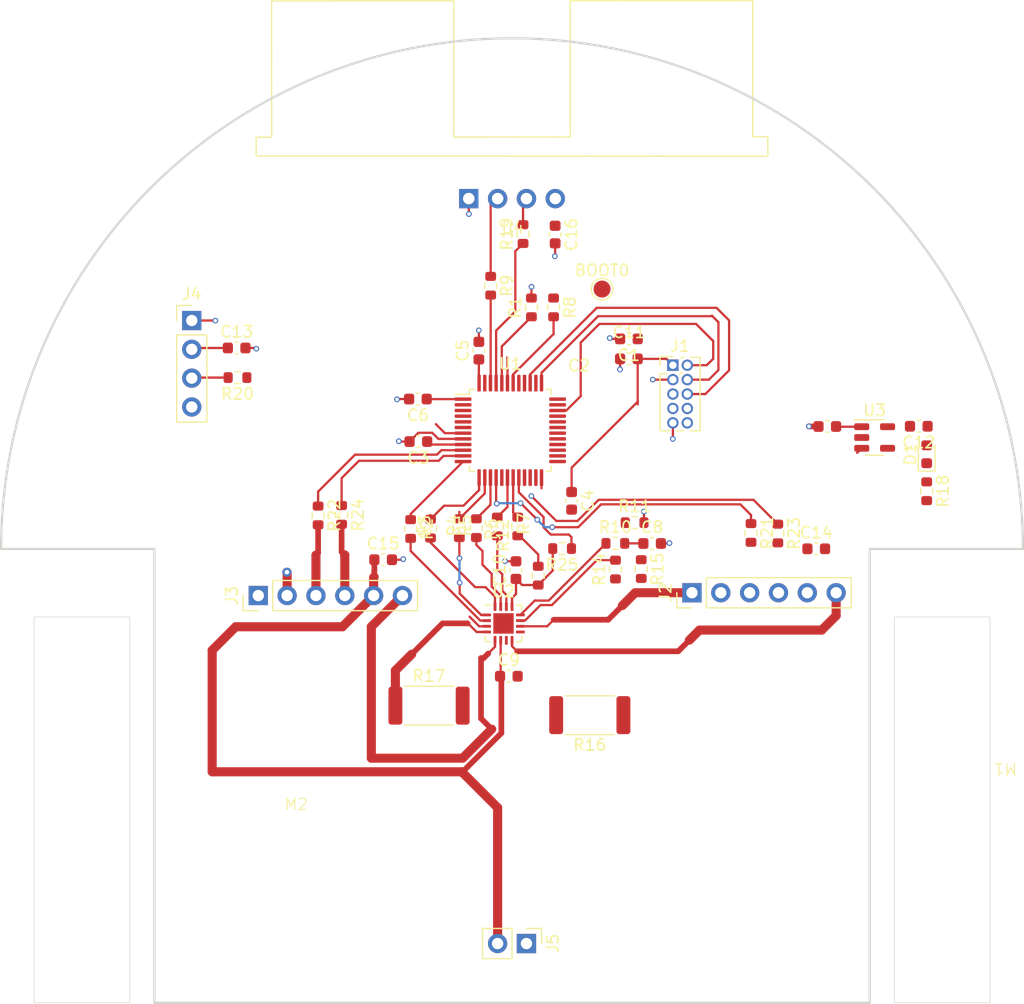
<source format=kicad_pcb>
(kicad_pcb (version 20221018) (generator pcbnew)
  (layers (0 "F.Cu" signal) (31 "B.Cu" signal) (34 "B.Paste" user) (35 "F.Paste" user) (36 "B.SilkS" user "B.Silkscreen") (37 "F.SilkS" user "F.Silkscreen") (38 "B.Mask" user) (39 "F.Mask" user) (44 "Edge.Cuts" user))
  (net 0 "")
  (net 1 "+3.3V")
  (net 2 "GND")
  (net 3 "+BATT")
  (net 4 "Net-(C8-Pad1)")
  (net 5 "/mcu/IN_B2")
  (net 6 "Net-(U2-EN{slash}FLT)")
  (net 7 "/mcu/BOOT0")
  (net 8 "Net-(U1-PA2)")
  (net 9 "/mcu/TIM15_CH1")
  (net 10 "Net-(U1-PA3)")
  (net 11 "/mcu/TIM15_CH2")
  (net 12 "Net-(U1-PA4)")
  (net 13 "/mcu/OUT_A4")
  (net 14 "Net-(U1-PA5)")
  (net 15 "/mcu/OUT_A5")
  (net 16 "/mcu/OUT_B0")
  (net 17 "Net-(U1-PB0)")
  (net 18 "/mcu/OUT_B1")
  (net 19 "Net-(U1-PB1)")
  (net 20 "Net-(U1-PB6)")
  (net 21 "/mcu/OUT_B9")
  (net 22 "Net-(U1-PB9)")
  (net 23 "/mcu/TIM3_CH1")
  (net 24 "/mcu/TIM2_CH1")
  (net 25 "/mcu/TIM3_CH2")
  (net 26 "/mcu/TIM2_CH2")
  (net 27 "/mcu/TIM8_CH2")
  (net 28 "Net-(U4-ECHO)")
  (net 34 "/mcu/~{RESET}")
  (net 46 "/mcu/SWDIO")
  (net 49 "/mcu/SWDCLK")
  (net 51 "/mcu/SWO")
  (net 54 "+3V3")
  (net 57 "Net-(D1-K)")
  (net 58 "/motorA/MA")
  (net 59 "Net-(J2-Pin_3)")
  (net 60 "Net-(J2-Pin_4)")
  (net 61 "/motorA/MB")
  (net 62 "/motorB/MA")
  (net 63 "Net-(J3-Pin_3)")
  (net 64 "Net-(J3-Pin_4)")
  (net 65 "/motorB/MB")
  (net 66 "Net-(J4-Pin_3)")
  (net 67 "/external_uart/EXT_UART_RX")
  (net 68 "/motor_control/TOFF")
  (net 69 "/motor_control/REF")
  (net 70 "Net-(U2-SENSEB)")
  (net 71 "Net-(U2-SENSEA)")
  (net 72 "/external_uart/EXT_UART_TX")
  (footprint "Package_QFP:LQFP-48_7x7mm_P0.5mm" (layer "F.Cu") (at 149.85 89.55)
    (fp_text reference "U1")
    (fp_text value "STM32F030C8Tx")
  )
  (footprint "Resistor_SMD:R_0603_1608Metric" (layer "F.Cu") (at 151.71 78.715 90)
    (fp_text reference "R1")
    (fp_text value "10k")
  )
  (footprint "minimouse:N20_with_encoder" (layer "F.Cu") (at 131 123)
    (fp_text reference "M2")
    (fp_text value "N20_encoder")
    (fp_rect (start -23.1 -17) (end -14.67 17) (stroke (width 0.05)) (fill none) (layer "Edge.Cuts"))
  )
  (footprint "Resistor_SMD:R_0603_1608Metric" (layer "F.Cu") (at 125.82 84.9 180)
    (fp_text reference "R20")
    (fp_text value "100")
  )
  (footprint "Capacitor_SMD:C_0603_1608Metric" (layer "F.Cu") (at 153.8 72.295 -90)
    (fp_text reference "C16")
    (fp_text value "2.2uF")
  )
  (footprint "TestPoint:TestPoint_Pad_D1.5mm" (layer "F.Cu") (at 157.93 77.1)
    (fp_text reference "BOOT0")
    (fp_text value "TestPoint")
  )
  (footprint "Capacitor_SMD:C_0603_1608Metric" (layer "F.Cu") (at 149.72 111.22)
    (fp_text reference "C9")
    (fp_text value "2.2uF")
  )
  (footprint "Resistor_SMD:R_0603_1608Metric" (layer "F.Cu") (at 159.1125 101.815 90)
    (fp_text reference "R14")
    (fp_text value "10k")
  )
  (footprint "Resistor_SMD:R_0603_1608Metric" (layer "F.Cu") (at 145.36 98.17 -90)
    (fp_text reference "R4")
    (fp_text value "100")
  )
  (footprint "Capacitor_SMD:C_0603_1608Metric" (layer "F.Cu") (at 155.25 95.76 -90)
    (fp_text reference "C4")
    (fp_text value "0.1uF")
  )
  (footprint "Resistor_SMD:R_0603_1608Metric" (layer "F.Cu") (at 148.12 76.805 -90)
    (fp_text reference "R9")
    (fp_text value "100")
  )
  (footprint "minimouse:HC-SR04" (layer "F.Cu") (at 150 69.125)
    (fp_text reference "U4")
    (fp_text value "HC-SR04")
  )
  (footprint "Package_DFN_QFN:VQFN-16-1EP_3x3mm_P0.5mm_EP1.8x1.8mm" (layer "F.Cu") (at 149.25 106.5675)
    (fp_text reference "U2")
    (fp_text value "STSPIN240")
  )
  (footprint "Connector_PinHeader_2.54mm:PinHeader_1x06_P2.54mm_Vertical" (layer "F.Cu") (at 127.65 104.11 90)
    (fp_text reference "J3")
    (fp_text value "Conn_01x06")
  )
  (footprint "Capacitor_SMD:C_0603_1608Metric" (layer "F.Cu") (at 147.08 82.525 90)
    (fp_text reference "C5")
    (fp_text value "0.1uF")
  )
  (footprint "Resistor_SMD:R_0603_1608Metric" (layer "F.Cu") (at 154.41 99.97 180)
    (fp_text reference "R25")
    (fp_text value "100")
  )
  (footprint "Resistor_SMD:R_0603_1608Metric" (layer "F.Cu") (at 132.92 97.05 -90)
    (fp_text reference "R22")
    (fp_text value "100")
  )
  (footprint "minimouse:N20_with_encoder" (layer "F.Cu") (at 169 123 180)
    (fp_text reference "M1")
    (fp_text value "N20_encoder")
    (fp_rect (start -23.1 -17) (end -14.67 17) (stroke (width 0.05)) (fill none) (layer "Edge.Cuts"))
  )
  (footprint "Resistor_SMD:R_0603_1608Metric" (layer "F.Cu") (at 159.0975 99.51)
    (fp_text reference "R10")
    (fp_text value "1k")
  )
  (footprint "Connector_PinHeader_2.54mm:PinHeader_1x02_P2.54mm_Vertical" (layer "F.Cu") (at 151.27 134.775 -90)
    (fp_text reference "J5")
    (fp_text value "Conn_01x02")
  )
  (footprint "Resistor_SMD:R_0603_1608Metric" (layer "F.Cu") (at 161.3825 101.775 -90)
    (fp_text reference "R15")
    (fp_text value "10k")
  )
  (footprint "Capacitor_SMD:C_0603_1608Metric" (layer "F.Cu") (at 141.75 90.54 180)
    (fp_text reference "C3")
    (fp_text value "0.1uF")
  )
  (footprint "Connector_PinHeader_2.54mm:PinHeader_1x06_P2.54mm_Vertical" (layer "F.Cu") (at 165.85 103.86 90)
    (fp_text reference "J2")
    (fp_text value "Conn_01x06")
  )
  (footprint "Resistor_SMD:R_2512_6332Metric" (layer "F.Cu") (at 156.85 114.65 180)
    (fp_text reference "R16")
    (fp_text value "330m")
  )
  (footprint "Resistor_SMD:R_0603_1608Metric" (layer "F.Cu") (at 153.66 78.715 -90)
    (fp_text reference "R8")
    (fp_text value "100")
  )
  (footprint "Resistor_SMD:R_0603_1608Metric" (layer "F.Cu") (at 134.99 97 -90)
    (fp_text reference "R24")
    (fp_text value "100")
  )
  (footprint "Resistor_SMD:R_0603_1608Metric" (layer "F.Cu") (at 150.5 98.02 90)
    (fp_text reference "R7")
    (fp_text value "100")
  )
  (footprint "Resistor_SMD:R_0603_1608Metric" (layer "F.Cu") (at 141.07 98.245 -90)
    (fp_text reference "R2")
    (fp_text value "100")
  )
  (footprint "Connector_PinHeader_2.54mm:PinHeader_1x04_P2.54mm_Vertical" (layer "F.Cu") (at 121.79 79.87)
    (fp_text reference "J4")
    (fp_text value "Conn_01x04")
  )
  (footprint "Capacitor_SMD:C_0603_1608Metric" (layer "F.Cu") (at 150.35 101.865 90)
    (fp_text reference "C10")
    (fp_text value "10n")
  )
  (footprint "Capacitor_SMD:C_0603_1608Metric" (layer "F.Cu") (at 176.795 99.99)
    (fp_text reference "C14")
    (fp_text value "2.2uF")
  )
  (footprint "Resistor_SMD:R_0603_1608Metric" (layer "F.Cu") (at 142.82 98.21 -90)
    (fp_text reference "R3")
    (fp_text value "100")
  )
  (footprint "Capacitor_SMD:C_0603_1608Metric" (layer "F.Cu") (at 160.295 83.25 180)
    (fp_text reference "C2")
    (fp_text value "0.1uF")
  )
  (footprint "Capacitor_SMD:C_0603_1608Metric" (layer "F.Cu") (at 160.295 81.49 180)
    (fp_text reference "C1")
    (fp_text value "2.2uF")
  )
  (footprint "Resistor_SMD:R_2512_6332Metric" (layer "F.Cu") (at 142.69 113.81)
    (fp_text reference "R17")
    (fp_text value "330m")
  )
  (footprint "Resistor_SMD:R_0603_1608Metric" (layer "F.Cu") (at 146.86 98.17 -90)
    (fp_text reference "R5")
    (fp_text value "100")
  )
  (footprint "Capacitor_SMD:C_0603_1608Metric" (layer "F.Cu") (at 138.65 100.95)
    (fp_text reference "C15")
    (fp_text value "2.2uF")
  )
  (footprint "Package_TO_SOT_SMD:SOT-23-5" (layer "F.Cu") (at 181.94 90.18)
    (fp_text reference "U3")
    (fp_text value "LP5907MFX-1.2")
  )
  (footprint "Connector_PinHeader_1.27mm:PinHeader_2x05_P1.27mm_Vertical" (layer "F.Cu") (at 164.17 83.81)
    (fp_text reference "J1")
    (fp_text value "Conn_ARM_JTAG_SWD_10")
  )
  (footprint "Resistor_SMD:R_0603_1608Metric" (layer "F.Cu") (at 152.31 102.355 -90)
    (fp_text reference "R12")
    (fp_text value "18k")
  )
  (footprint "Capacitor_SMD:C_0603_1608Metric" (layer "F.Cu") (at 141.71 86.79 180)
    (fp_text reference "C6")
    (fp_text value "2.2uF")
  )
  (footprint "Resistor_SMD:R_0603_1608Metric" (layer "F.Cu") (at 150.97 72.255 90)
    (fp_text reference "R19")
    (fp_text value "100")
  )
  (footprint "Resistor_SMD:R_0603_1608Metric" (layer "F.Cu") (at 160.7975 97.685)
    (fp_text reference "R11")
    (fp_text value "47k")
  )
  (footprint "Resistor_SMD:R_0603_1608Metric" (layer "F.Cu") (at 186.5225 94.915 -90)
    (fp_text reference "R18")
    (fp_text value "330")
  )
  (footprint "LED_SMD:LED_0603_1608Metric" (layer "F.Cu") (at 186.5225 91.6575 90)
    (fp_text reference "D1")
    (fp_text value "LED")
  )
  (footprint "Resistor_SMD:R_0603_1608Metric" (layer "F.Cu") (at 171.05 98.59 -90)
    (fp_text reference "R21")
    (fp_text value "100")
  )
  (footprint "Capacitor_SMD:C_0603_1608Metric" (layer "F.Cu") (at 177.7675 89.21 180)
    (fp_text reference "C11")
    (fp_text value "2.2uF")
  )
  (footprint "Capacitor_SMD:C_0603_1608Metric" (layer "F.Cu") (at 125.745 82.29)
    (fp_text reference "C13")
    (fp_text value "2.2uF")
  )
  (footprint "Resistor_SMD:R_0603_1608Metric" (layer "F.Cu") (at 173.41 98.64 -90)
    (fp_text reference "R23")
    (fp_text value "100")
  )
  (footprint "minimouse:HC-SR04" (layer "F.Cu") (at 150 69.125)
    (fp_text reference "U4")
    (fp_text value "HC-SR04")
  )
  (footprint "Capacitor_SMD:C_0603_1608Metric" (layer "F.Cu") (at 162.3425 99.52)
    (fp_text reference "C8")
    (fp_text value "22n")
  )
  (footprint "Capacitor_SMD:C_0603_1608Metric" (layer "F.Cu") (at 185.8275 89.19 180)
    (fp_text reference "C12")
    (fp_text value "2.2uF")
  )
  (footprint "Resistor_SMD:R_0603_1608Metric" (layer "F.Cu") (at 148.7 98.02 90)
    (fp_text reference "R6")
    (fp_text value "100")
  )
  (gr_arc (start 105 100) (mid 150 55) (end 195 100) (stroke (width 0.2)) (layer "Edge.Cuts"))
  (gr_line (start 181.5 140) (end 118.5 140) (stroke (width 0.2)) (layer "Edge.Cuts"))
  (gr_line (start 118.5 100) (end 105 100) (stroke (width 0.2)) (layer "Edge.Cuts"))
  (gr_line (start 181.5 100) (end 181.5 140) (stroke (width 0.2)) (layer "Edge.Cuts"))
  (gr_line (start 195 100) (end 181.5 100) (stroke (width 0.2)) (layer "Edge.Cuts"))
  (gr_line (start 118.5 140) (end 118.5 100) (stroke (width 0.2)) (layer "Edge.Cuts"))
  (segment (start 155.25 94.985) (end 155.25 92.84) (width 0.2) (layer "F.Cu") (net 1))
  (segment (start 152.6 93.7125) (end 152.6 94.66) (width 0.2) (layer "F.Cu") (net 1))
  (segment (start 142.495 86.8) (end 142.485 86.79) (width 0.2) (layer "F.Cu") (net 1))
  (segment (start 161.07 83.25) (end 161.07 87.02) (width 0.2) (layer "F.Cu") (net 1))
  (segment (start 161.07 83.25) (end 163.61 83.25) (width 0.2) (layer "F.Cu") (net 1))
  (segment (start 145.6875 86.8) (end 142.495 86.8) (width 0.2) (layer "F.Cu") (net 1))
  (segment (start 147.08 85.3675) (end 147.1 85.3875) (width 0.2) (layer "F.Cu") (net 1))
  (segment (start 163.61 83.25) (end 164.17 83.81) (width 0.2) (layer "F.Cu") (net 1))
  (segment (start 142.785 90.8) (end 145.6875 90.8) (width 0.2) (layer "F.Cu") (net 1))
  (segment (start 161.07 87.02) (end 161.07 87.26) (width 0.2) (layer "F.Cu") (net 1))
  (segment (start 155.25 92.84) (end 161.07 87.02) (width 0.2) (layer "F.Cu") (net 1))
  (segment (start 142.525 90.54) (end 142.785 90.8) (width 0.2) (layer "F.Cu") (net 1))
  (segment (start 147.08 83.3) (end 147.08 85.3675) (width 0.2) (layer "F.Cu") (net 1))
  (segment (start 141.75 89.765) (end 140.975 90.54) (width 0.2) (layer "F.Cu") (net 2))
  (segment (start 130.19 102.07) (end 130.17 102.05) (width 0.8) (layer "F.Cu") (net 2))
  (segment (start 176.9925 89.21) (end 176.16 89.21) (width 0.5) (layer "F.Cu") (net 2))
  (segment (start 158.68 81.49) (end 158.61 81.42) (width 0.2) (layer "F.Cu") (net 2))
  (segment (start 151.71 76.91) (end 151.72 76.9) (width 0.2) (layer "F.Cu") (net 2))
  (segment (start 126.52 82.29) (end 127.42 82.29) (width 0.2) (layer "F.Cu") (net 2))
  (segment (start 161.6225 97.685) (end 161.6225 96.705) (width 0.2) (layer "F.Cu") (net 2))
  (segment (start 123.86 79.87) (end 123.87 79.88) (width 0.2) (layer "F.Cu") (net 2))
  (segment (start 159.52 81.49) (end 158.68 81.49) (width 0.2) (layer "F.Cu") (net 2))
  (segment (start 130.19 104.11) (end 130.19 102.07) (width 0.8) (layer "F.Cu") (net 2))
  (segment (start 163.8275 99.52) (end 163.8625 99.485) (width 0.2) (layer "F.Cu") (net 2))
  (segment (start 163.1175 99.52) (end 163.8275 99.52) (width 0.2) (layer "F.Cu") (net 2))
  (segment (start 142.973696 89.765) (end 141.75 89.765) (width 0.2) (layer "F.Cu") (net 2))
  (segment (start 164.17 88.89) (end 164.17 90.29) (width 0.2) (layer "F.Cu") (net 2))
  (segment (start 164.17 85.08) (end 162.4 85.08) (width 0.2) (layer "F.Cu") (net 2))
  (segment (start 153.8 73.07) (end 153.8 74.18) (width 0.2) (layer "F.Cu") (net 2))
  (segment (start 146.19 70.48) (end 146.2 70.49) (width 0.2) (layer "F.Cu") (net 2))
  (segment (start 159.52 84.17) (end 159.51 84.18) (width 0.2) (layer "F.Cu") (net 2))
  (segment (start 147.08 81.75) (end 147.08 80.75) (width 0.2) (layer "F.Cu") (net 2))
  (segment (start 176.16 89.21) (end 176.15 89.2) (width 0.5) (layer "F.Cu") (net 2))
  (segment (start 140.06 90.54) (end 140.03 90.51) (width 0.2) (layer "F.Cu") (net 2))
  (segment (start 140.935 86.79) (end 139.9 86.79) (width 0.2) (layer "F.Cu") (net 2))
  (segment (start 139.9 86.79) (end 139.87 86.82) (width 0.2) (layer "F.Cu") (net 2))
  (segment (start 127.42 82.29) (end 127.48 82.35) (width 0.2) (layer "F.Cu") (net 2))
  (segment (start 146.19 69.125) (end 146.19 70.48) (width 0.2) (layer "F.Cu") (net 2))
  (segment (start 164.17 90.29) (end 164.16 90.3) (width 0.2) (layer "F.Cu") (net 2))
  (segment (start 121.79 79.87) (end 123.86 79.87) (width 0.2) (layer "F.Cu") (net 2))
  (segment (start 150.35 101.09) (end 149.4 101.09) (width 0.2) (layer "F.Cu") (net 2))
  (segment (start 149.4 101.09) (end 149.39 101.08) (width 0.2) (layer "F.Cu") (net 2))
  (segment (start 143.508696 90.3) (end 142.973696 89.765) (width 0.2) (layer "F.Cu") (net 2))
  (segment (start 159.52 83.25) (end 159.52 84.17) (width 0.2) (layer "F.Cu") (net 2))
  (segment (start 140.37 100.95) (end 140.42 100.9) (width 0.2) (layer "F.Cu") (net 2))
  (segment (start 151.71 77.89) (end 151.71 76.91) (width 0.2) (layer "F.Cu") (net 2))
  (segment (start 145.6875 90.3) (end 143.508696 90.3) (width 0.2) (layer "F.Cu") (net 2))
  (segment (start 161.6225 97.685) (end 161.6225 98.025) (width 0.2) (layer "F.Cu") (net 2))
  (segment (start 153.8 74.18) (end 153.77 74.21) (width 0.2) (layer "F.Cu") (net 2))
  (segment (start 139.425 100.95) (end 140.37 100.95) (width 0.2) (layer "F.Cu") (net 2))
  (segment (start 140.975 90.54) (end 140.06 90.54) (width 0.2) (layer "F.Cu") (net 2))
  (segment (start 147.08 80.75) (end 147.07 80.74) (width 0.2) (layer "F.Cu") (net 2))
  (via (at 158.61 81.42) (size 0.5) (drill 0.3) (layers "F.Cu" "B.Cu") (net 2))
  (via (at 161.6225 96.705) (size 0.5) (drill 0.3) (layers "F.Cu" "B.Cu") (net 2))
  (via (at 159.51 84.18) (size 0.5) (drill 0.3) (layers "F.Cu" "B.Cu") (net 2))
  (via (at 140.42 100.9) (size 0.5) (drill 0.3) (layers "F.Cu" "B.Cu") (net 2))
  (via (at 163.8625 99.485) (size 0.5) (drill 0.3) (layers "F.Cu" "B.Cu") (net 2))
  (via (at 149.39 101.08) (size 0.5) (drill 0.3) (layers "F.Cu" "B.Cu") (net 2))
  (via (at 123.87 79.88) (size 0.5) (drill 0.3) (layers "F.Cu" "B.Cu") (net 2))
  (via (at 146.2 70.49) (size 0.5) (drill 0.3) (layers "F.Cu" "B.Cu") (net 2))
  (via (at 153.77 74.21) (size 0.5) (drill 0.3) (layers "F.Cu" "B.Cu") (net 2))
  (via (at 140.03 90.51) (size 0.5) (drill 0.3) (layers "F.Cu" "B.Cu") (net 2))
  (via (at 151.72 76.9) (size 0.5) (drill 0.3) (layers "F.Cu" "B.Cu") (net 2))
  (via (at 164.16 90.3) (size 0.5) (drill 0.3) (layers "F.Cu" "B.Cu") (net 2))
  (via (at 176.15 89.2) (size 0.5) (drill 0.3) (layers "F.Cu" "B.Cu") (net 2))
  (via (at 162.4 85.08) (size 0.5) (drill 0.3) (layers "F.Cu" "B.Cu") (net 2))
  (via (at 159.51 84.18) (size 0.5) (drill 0.3) (layers "F.Cu" "B.Cu") (net 2))
  (via (at 147.07 80.74) (size 0.5) (drill 0.3) (layers "F.Cu" "B.Cu") (net 2))
  (via (at 139.87 86.82) (size 0.5) (drill 0.3) (layers "F.Cu" "B.Cu") (net 2))
  (via (at 130.17 102.05) (size 0.8) (drill 0.4) (layers "F.Cu" "B.Cu") (net 2))
  (via (at 127.48 82.35) (size 0.5) (drill 0.3) (layers "F.Cu" "B.Cu") (net 2))
  (segment (start 123.59 108.93) (end 123.59 119.64) (width 0.8) (layer "F.Cu") (net 3))
  (segment (start 180.8025 91.13) (end 180.4 91.5325) (width 0.2) (layer "F.Cu") (net 3))
  (segment (start 137.86 102.47) (end 137.86 101.927918) (width 0.5) (layer "F.Cu") (net 3))
  (segment (start 180.8025 89.23) (end 178.5625 89.23) (width 0.2) (layer "F.Cu") (net 3))
  (segment (start 148.73 134.775) (end 148.73 122.797918) (width 0.8) (layer "F.Cu") (net 3))
  (segment (start 137.81 104.11) (end 135.06 106.86) (width 0.8) (layer "F.Cu") (net 3))
  (segment (start 149.060001 116.232081) (end 149.060001 111.335001) (width 0.5) (layer "F.Cu") (net 3))
  (segment (start 137.81 104.11) (end 137.81 102.52) (width 0.8) (layer "F.Cu") (net 3))
  (segment (start 135.06 106.86) (end 125.66 106.86) (width 0.8) (layer "F.Cu") (net 3))
  (segment (start 124.97 82.29) (end 121.91 82.29) (width 0.2) (layer "F.Cu") (net 3))
  (segment (start 148.73 122.797918) (end 145.612082 119.68) (width 0.8) (layer "F.Cu") (net 3))
  (segment (start 123.59 119.64) (end 145.572082 119.64) (width 0.8) (layer "F.Cu") (net 3))
  (segment (start 125.66 106.86) (end 123.59 108.93) (width 0.8) (layer "F.Cu") (net 3))
  (segment (start 145.612082 119.68) (end 149.060001 116.232081) (width 0.5) (layer "F.Cu") (net 3))
  (segment (start 178.5625 89.23) (end 178.5425 89.21) (width 0.2) (layer "F.Cu") (net 3))
  (segment (start 149.060001 111.335001) (end 148.945 111.22) (width 0.5) (layer "F.Cu") (net 3))
  (segment (start 137.86 101.927918) (end 137.875 101.912918) (width 0.5) (layer "F.Cu") (net 3))
  (segment (start 137.875 101.912918) (end 137.875 100.95) (width 0.5) (layer "F.Cu") (net 3))
  (segment (start 145.572082 119.64) (end 145.612082 119.68) (width 0.8) (layer "F.Cu") (net 3))
  (segment (start 121.91 82.29) (end 121.79 82.41) (width 0.2) (layer "F.Cu") (net 3))
  (segment (start 149 111.165) (end 148.945 111.22) (width 0.2) (layer "F.Cu") (net 3))
  (segment (start 137.81 102.52) (end 137.86 102.47) (width 0.8) (layer "F.Cu") (net 3))
  (segment (start 149 108.055) (end 149 111.165) (width 0.2) (layer "F.Cu") (net 3))
  (segment (start 161.5575 99.51) (end 161.5675 99.52) (width 0.2) (layer "F.Cu") (net 4))
  (segment (start 159.9225 99.51) (end 161.5575 99.51) (width 0.2) (layer "F.Cu") (net 4))
  (segment (start 152.78 97.19) (end 152.78 98.1) (width 0.2) (layer "F.Cu") (net 5))
  (segment (start 155 98.73) (end 155.235 98.965) (width 0.2) (layer "F.Cu") (net 5))
  (segment (start 150.6 93.7125) (end 150.6 95.01) (width 0.2) (layer "F.Cu") (net 5))
  (segment (start 155.235 98.965) (end 155.235 99.97) (width 0.2) (layer "F.Cu") (net 5))
  (segment (start 153.41 98.73) (end 155 98.73) (width 0.2) (layer "F.Cu") (net 5))
  (segment (start 150.6 95.01) (end 152.78 97.19) (width 0.2) (layer "F.Cu") (net 5))
  (segment (start 152.78 98.1) (end 153.41 98.73) (width 0.2) (layer "F.Cu") (net 5))
  (segment (start 150.89 103.18) (end 150.35 102.64) (width 0.2) (layer "F.Cu") (net 6))
  (segment (start 150 104.32) (end 150 105.08) (width 0.2) (layer "F.Cu") (net 6))
  (segment (start 150.35 103.97) (end 150 104.32) (width 0.2) (layer "F.Cu") (net 6))
  (segment (start 153.585 101.905) (end 153.585 99.97) (width 0.2) (layer "F.Cu") (net 6))
  (segment (start 150.35 102.64) (end 150.35 103.97) (width 0.2) (layer "F.Cu") (net 6))
  (segment (start 152.31 103.18) (end 150.89 103.18) (width 0.2) (layer "F.Cu") (net 6))
  (segment (start 152.31 103.18) (end 153.585 101.905) (width 0.2) (layer "F.Cu") (net 6))
  (segment (start 149.1 85.3875) (end 149.1 82.15) (width 0.2) (layer "F.Cu") (net 7))
  (segment (start 149.1 82.15) (end 151.71 79.54) (width 0.2) (layer "F.Cu") (net 7))
  (segment (start 145.6875 92.3) (end 141.07 96.9175) (width 0.2) (layer "F.Cu") (net 8))
  (segment (start 141.07 96.9175) (end 141.07 97.42) (width 0.2) (layer "F.Cu") (net 8))
  (segment (start 141.07 99.07) (end 141.07 100.176886) (width 0.2) (layer "F.Cu") (net 9))
  (segment (start 141.07 100.176886) (end 147.210614 106.3175) (width 0.2) (layer "F.Cu") (net 9))
  (segment (start 147.210614 106.3175) (end 147.7625 106.3175) (width 0.2) (layer "F.Cu") (net 9))
  (segment (start 144.015 96.19) (end 142.82 97.385) (width 0.2) (layer "F.Cu") (net 10))
  (segment (start 147.1 94.81) (end 145.72 96.19) (width 0.2) (layer "F.Cu") (net 10))
  (segment (start 145.72 96.19) (end 144.015 96.19) (width 0.2) (layer "F.Cu") (net 10))
  (segment (start 142.82 97) (end 142.82 97.385) (width 0.2) (layer "F.Cu") (net 10))
  (segment (start 147.1 93.7125) (end 147.1 94.81) (width 0.2) (layer "F.Cu") (net 10))
  (segment (start 148.5 104.21) (end 148.5 105.08) (width 0.2) (layer "F.Cu") (net 11))
  (segment (start 142.82 99.435) (end 146.755 103.37) (width 0.2) (layer "F.Cu") (net 11))
  (segment (start 142.82 99.035) (end 142.82 99.435) (width 0.2) (layer "F.Cu") (net 11))
  (segment (start 147.66 103.37) (end 148.5 104.21) (width 0.2) (layer "F.Cu") (net 11))
  (segment (start 146.755 103.37) (end 147.66 103.37) (width 0.2) (layer "F.Cu") (net 11))
  (segment (start 147.6 95.105) (end 145.36 97.345) (width 0.2) (layer "F.Cu") (net 12))
  (segment (start 145.36 96.72241) (end 145.36 97.345) (width 0.2) (layer "F.Cu") (net 12))
  (segment (start 147.6 93.7125) (end 147.6 95.105) (width 0.2) (layer "F.Cu") (net 12))
  (segment (start 145.36 98.995) (end 145.36 100.81) (width 0.2) (layer "F.Cu") (net 13))
  (segment (start 145.39 102.97) (end 145.39 103.9312) (width 0.2) (layer "F.Cu") (net 13))
  (segment (start 145.36 100.81) (end 145.37 100.82) (width 0.2) (layer "F.Cu") (net 13))
  (segment (start 145.39 103.9312) (end 147.2763 105.8175) (width 0.2) (layer "F.Cu") (net 13))
  (segment (start 147.2763 105.8175) (end 147.7625 105.8175) (width 0.2) (layer "F.Cu") (net 13))
  (via (at 145.39 102.97) (size 0.5) (drill 0.3) (layers "F.Cu" "B.Cu") (net 13))
  (via (at 145.37 100.82) (size 0.5) (drill 0.3) (layers "F.Cu" "B.Cu") (net 13))
  (segment (start 145.37 100.82) (end 145.37 102.95) (width 0.2) (layer "B.Cu") (net 13))
  (segment (start 145.37 102.95) (end 145.39 102.97) (width 0.2) (layer "B.Cu") (net 13))
  (segment (start 148.1 96.105) (end 146.86 97.345) (width 0.2) (layer "F.Cu") (net 14))
  (segment (start 148.1 93.7125) (end 148.1 96.105) (width 0.2) (layer "F.Cu") (net 14))
  (segment (start 148.21 103.32) (end 149 104.11) (width 0.2) (layer "F.Cu") (net 15))
  (segment (start 147.4 100.19) (end 147.4 101.39) (width 0.2) (layer "F.Cu") (net 15))
  (segment (start 149 104.11) (end 149 105.08) (width 0.2) (layer "F.Cu") (net 15))
  (segment (start 147.4 101.39) (end 148.21 102.2) (width 0.2) (layer "F.Cu") (net 15))
  (segment (start 146.86 99.65) (end 147.4 100.19) (width 0.2) (layer "F.Cu") (net 15))
  (segment (start 146.86 98.995) (end 146.86 99.65) (width 0.2) (layer "F.Cu") (net 15))
  (segment (start 148.21 102.2) (end 148.21 103.32) (width 0.2) (layer "F.Cu") (net 15))
  (segment (start 148.7 101.79) (end 149.14 102.23) (width 0.2) (layer "F.Cu") (net 16))
  (segment (start 148.7 98.845) (end 148.7 101.79) (width 0.2) (layer "F.Cu") (net 16))
  (segment (start 149.14 103.684314) (end 149.5 104.044314) (width 0.2) (layer "F.Cu") (net 16))
  (segment (start 149.5 104.044314) (end 149.5 105.08) (width 0.2) (layer "F.Cu") (net 16))
  (segment (start 149.14 102.23) (end 149.14 103.684314) (width 0.2) (layer "F.Cu") (net 16))
  (segment (start 149.6 96.295) (end 148.7 97.195) (width 0.2) (layer "F.Cu") (net 17))
  (segment (start 149.6 93.7125) (end 149.6 96.295) (width 0.2) (layer "F.Cu") (net 17))
  (segment (start 150.5 98.845) (end 150.665 98.845) (width 0.2) (layer "F.Cu") (net 18))
  (segment (start 150.665 98.845) (end 152.31 100.49) (width 0.2) (layer "F.Cu") (net 18))
  (segment (start 152.31 100.49) (end 152.31 101.53) (width 0.2) (layer "F.Cu") (net 18))
  (segment (start 150.1 93.7125) (end 150.1 96.795) (width 0.2) (layer "F.Cu") (net 19))
  (segment (start 150.1 96.795) (end 150.5 97.195) (width 0.2) (layer "F.Cu") (net 19))
  (segment (start 150.1 85.3875) (end 150.1 84.61759) (width 0.2) (layer "F.Cu") (net 20))
  (segment (start 150.1 84.61759) (end 153.66 81.05759) (width 0.2) (layer "F.Cu") (net 20))
  (segment (start 153.66 81.05759) (end 153.66 79.54) (width 0.2) (layer "F.Cu") (net 20))
  (segment (start 148.12 69.735) (end 148.73 69.125) (width 0.2) (layer "F.Cu") (net 21))
  (segment (start 148.12 75.98) (end 148.12 69.735) (width 0.2) (layer "F.Cu") (net 21))
  (segment (start 148.12 85.3675) (end 148.1 85.3875) (width 0.2) (layer "F.Cu") (net 22))
  (segment (start 148.12 77.63) (end 148.12 85.3675) (width 0.2) (layer "F.Cu") (net 22))
  (segment (start 157.85 96.07) (end 157.425 96.495) (width 0.2) (layer "F.Cu") (net 23))
  (segment (start 170.11 96.07) (end 157.85 96.07) (width 0.2) (layer "F.Cu") (net 23))
  (segment (start 150.75 95.95) (end 150.75 95.97) (width 0.2) (layer "F.Cu") (net 23))
  (segment (start 148.62 96.01) (end 148.65 96.01) (width 0.2) (layer "F.Cu") (net 23))
  (segment (start 157.425 96.495) (end 155.833909 98.086091) (width 0.2) (layer "F.Cu") (net 23))
  (segment (start 152.23 97.43) (end 150.75 95.95) (width 0.2) (layer "F.Cu") (net 23))
  (segment (start 148.6 95.99) (end 148.62 96.01) (width 0.2) (layer "F.Cu") (net 23))
  (segment (start 155.833909 98.086091) (end 153.543909 98.086091) (width 0.2) (layer "F.Cu") (net 23))
  (segment (start 171.05 97.01) (end 170.11 96.07) (width 0.2) (layer "F.Cu") (net 23))
  (segment (start 171.05 97.765) (end 171.05 97.01) (width 0.2) (layer "F.Cu") (net 23))
  (segment (start 148.6 93.7125) (end 148.6 95.99) (width 0.2) (layer "F.Cu") (net 23))
  (via (at 148.65 96.01) (size 0.5) (drill 0.3) (layers "F.Cu" "B.Cu") (net 23))
  (via (at 150.75 95.97) (size 0.5) (drill 0.3) (layers "F.Cu" "B.Cu") (net 23))
  (via (at 152.23 97.43) (size 0.5) (drill 0.3) (layers "F.Cu" "B.Cu") (net 23))
  (via (at 153.543909 98.086091) (size 0.5) (drill 0.3) (layers "F.Cu" "B.Cu") (net 23))
  (segment (start 148.69 95.97) (end 148.65 96.01) (width 0.2) (layer "B.Cu") (net 23))
  (segment (start 152.886091 98.086091) (end 152.23 97.43) (width 0.2) (layer "B.Cu") (net 23))
  (segment (start 153.543909 98.086091) (end 152.886091 98.086091) (width 0.2) (layer "B.Cu") (net 23))
  (segment (start 150.75 95.97) (end 148.69 95.97) (width 0.2) (layer "B.Cu") (net 23))
  (segment (start 143.78 91.3) (end 145.6875 91.3) (width 0.2) (layer "F.Cu") (net 24))
  (segment (start 132.92 96.225) (end 132.92 94.95) (width 0.2) (layer "F.Cu") (net 24))
  (segment (start 145.6375 91.35) (end 145.6875 91.3) (width 0.2) (layer "F.Cu") (net 24))
  (segment (start 132.92 94.95) (end 136.18 91.69) (width 0.2) (layer "F.Cu") (net 24))
  (segment (start 143.39 91.69) (end 143.78 91.3) (width 0.2) (layer "F.Cu") (net 24))
  (segment (start 136.18 91.69) (end 143.39 91.69) (width 0.2) (layer "F.Cu") (net 24))
  (segment (start 155.77 97.53) (end 153.897818 97.53) (width 0.2) (layer "F.Cu") (net 25))
  (segment (start 171.265 95.67) (end 157.63 95.67) (width 0.2) (layer "F.Cu") (net 25))
  (segment (start 157.63 95.67) (end 155.77 97.53) (width 0.2) (layer "F.Cu") (net 25))
  (segment (start 153.897818 97.53) (end 151.703909 95.336091) (width 0.2) (layer "F.Cu") (net 25))
  (segment (start 173.41 97.815) (end 171.265 95.67) (width 0.2) (layer "F.Cu") (net 25))
  (via (at 151.703909 95.336091) (size 0.5) (drill 0.3) (layers "F.Cu" "B.Cu") (net 25))
  (segment (start 134.99 93.76) (end 134.99 96.175) (width 0.2) (layer "F.Cu") (net 26))
  (segment (start 143.97 91.8) (end 143.54 92.23) (width 0.2) (layer "F.Cu") (net 26))
  (segment (start 136.52 92.23) (end 134.99 93.76) (width 0.2) (layer "F.Cu") (net 26))
  (segment (start 143.54 92.23) (end 136.52 92.23) (width 0.2) (layer "F.Cu") (net 26))
  (segment (start 145.6875 91.8) (end 143.97 91.8) (width 0.2) (layer "F.Cu") (net 26))
  (segment (start 148.6 80.76) (end 150.29 79.07) (width 0.2) (layer "F.Cu") (net 27))
  (segment (start 150.29 73.76) (end 150.97 73.08) (width 0.2) (layer "F.Cu") (net 27))
  (segment (start 150.29 79.07) (end 150.29 73.76) (width 0.2) (layer "F.Cu") (net 27))
  (segment (start 148.6 85.3875) (end 148.6 80.76) (width 0.2) (layer "F.Cu") (net 27))
  (segment (start 150.97 71.43) (end 150.97 69.425) (width 0.2) (layer "F.Cu") (net 28))
  (segment (start 150.97 69.425) (end 151.27 69.125) (width 0.2) (layer "F.Cu") (net 28))
  (segment (start 145.6875 89.8) (end 144.09 89.8) (width 0.2) (layer "F.Cu") (net 34))
  (segment (start 144.09 89.8) (end 143.29 89) (width 0.2) (layer "F.Cu") (net 34))
  (segment (start 167.72 81.68) (end 167.72 83.24) (width 0.2) (layer "F.Cu") (net 46))
  (segment (start 156.05 86.53241) (end 156.05 81.81) (width 0.2) (layer "F.Cu") (net 46))
  (segment (start 154.0125 87.8) (end 154.78241 87.8) (width 0.2) (layer "F.Cu") (net 46))
  (segment (start 167.15 83.81) (end 165.44 83.81) (width 0.2) (layer "F.Cu") (net 46))
  (segment (start 157.69 80.17) (end 166.21 80.17) (width 0.2) (layer "F.Cu") (net 46))
  (segment (start 154.78241 87.8) (end 156.05 86.53241) (width 0.2) (layer "F.Cu") (net 46))
  (segment (start 167.72 83.24) (end 167.15 83.81) (width 0.2) (layer "F.Cu") (net 46))
  (segment (start 156.05 81.81) (end 157.69 80.17) (width 0.2) (layer "F.Cu") (net 46))
  (segment (start 166.21 80.17) (end 167.72 81.68) (width 0.2) (layer "F.Cu") (net 46))
  (segment (start 167.61 79.45) (end 168.18 80.02) (width 0.2) (layer "F.Cu") (net 49))
  (segment (start 168.18 80.02) (end 168.18 84.24) (width 0.2) (layer "F.Cu") (net 49))
  (segment (start 152.6 84.47) (end 157.58 79.49) (width 0.2) (layer "F.Cu") (net 49))
  (segment (start 157.58 79.49) (end 167.57 79.49) (width 0.2) (layer "F.Cu") (net 49))
  (segment (start 168.18 84.24) (end 167.34 85.08) (width 0.2) (layer "F.Cu") (net 49))
  (segment (start 152.6 85.3875) (end 152.6 84.47) (width 0.2) (layer "F.Cu") (net 49))
  (segment (start 167.57 79.49) (end 167.61 79.45) (width 0.2) (layer "F.Cu") (net 49))
  (segment (start 167.34 85.08) (end 165.44 85.08) (width 0.2) (layer "F.Cu") (net 49))
  (segment (start 167.03 86.35) (end 165.44 86.35) (width 0.2) (layer "F.Cu") (net 51))
  (segment (start 168.01 78.75) (end 169.12 79.86) (width 0.2) (layer "F.Cu") (net 51))
  (segment (start 157.46759 78.75) (end 168.01 78.75) (width 0.2) (layer "F.Cu") (net 51))
  (segment (start 151.6 85.3875) (end 151.6 84.61759) (width 0.2) (layer "F.Cu") (net 51))
  (segment (start 169.12 84.26) (end 167.03 86.35) (width 0.2) (layer "F.Cu") (net 51))
  (segment (start 151.6 84.61759) (end 157.46759 78.75) (width 0.2) (layer "F.Cu") (net 51))
  (segment (start 169.12 79.86) (end 169.12 84.26) (width 0.2) (layer "F.Cu") (net 51))
  (segment (start 159.72 104.99) (end 160.85 103.86) (width 0.8) (layer "F.Cu") (net 58))
  (segment (start 153.67 106.24) (end 158.47 106.24) (width 0.5) (layer "F.Cu") (net 58))
  (segment (start 153.0925 106.8175) (end 153.67 106.24) (width 0.2) (layer "F.Cu") (net 58))
  (segment (start 158.47 106.24) (end 159.72 104.99) (width 0.5) (layer "F.Cu") (net 58))
  (segment (start 160.85 103.86) (end 165.85 103.86) (width 0.8) (layer "F.Cu") (net 58))
  (segment (start 150.7375 106.8175) (end 153.0925 106.8175) (width 0.2) (layer "F.Cu") (net 58))
  (segment (start 178.55 105.88) (end 178.55 103.86) (width 0.8) (layer "F.Cu") (net 61))
  (segment (start 177.28 107.15) (end 178.55 105.88) (width 0.8) (layer "F.Cu") (net 61))
  (segment (start 165.62 108.04) (end 166.51 107.15) (width 0.8) (layer "F.Cu") (net 61))
  (segment (start 164.64 109.02) (end 165.62 108.04) (width 0.5) (layer "F.Cu") (net 61))
  (segment (start 166.51 107.15) (end 177.28 107.15) (width 0.8) (layer "F.Cu") (net 61))
  (segment (start 150 108.055) (end 150 108.57) (width 0.2) (layer "F.Cu") (net 61))
  (segment (start 150.45 109.02) (end 164.64 109.02) (width 0.5) (layer "F.Cu") (net 61))
  (segment (start 150 108.57) (end 150.45 109.02) (width 0.2) (layer "F.Cu") (net 61))
  (segment (start 147.1075 106.8175) (end 146.26 105.97) (width 0.2) (layer "F.Cu") (net 62))
  (segment (start 147.7625 106.8175) (end 147.1075 106.8175) (width 0.2) (layer "F.Cu") (net 62))
  (segment (start 132.73 100.54) (end 132.92 100.35) (width 0.5) (layer "F.Cu") (net 63))
  (segment (start 132.73 104.11) (end 132.73 100.54) (width 0.8) (layer "F.Cu") (net 63))
  (segment (start 132.92 100.35) (end 132.92 97.875) (width 0.5) (layer "F.Cu") (net 63))
  (segment (start 135.27 100.54) (end 135.25 100.52) (width 0.8) (layer "F.Cu") (net 64))
  (segment (start 135.25 100.52) (end 134.99 100.26) (width 0.5) (layer "F.Cu") (net 64))
  (segment (start 134.99 100.26) (end 134.99 97.825) (width 0.5) (layer "F.Cu") (net 64))
  (segment (start 135.27 104.11) (end 135.27 100.54) (width 0.8) (layer "F.Cu") (net 64))
  (segment (start 147.5 109.62) (end 147.9 109.22) (width 0.5) (layer "F.Cu") (net 65))
  (segment (start 147.9 109.22) (end 147.77 109.35) (width 0.2) (layer "F.Cu") (net 65))
  (segment (start 145.65 118.44) (end 148.21 115.88) (width 0.8) (layer "F.Cu") (net 65))
  (segment (start 137.61 118.44) (end 145.65 118.44) (width 0.8) (layer "F.Cu") (net 65))
  (segment (start 137.61 106.85) (end 137.61 118.44) (width 0.8) (layer "F.Cu") (net 65))
  (segment (start 140.35 104.11) (end 137.61 106.85) (width 0.8) (layer "F.Cu") (net 65))
  (segment (start 147.27 114.94) (end 147.27 109.62) (width 0.5) (layer "F.Cu") (net 65))
  (segment (start 147.27 109.62) (end 147.5 109.62) (width 0.5) (layer "F.Cu") (net 65))
  (segment (start 148.5 108.055) (end 148.5 108.62) (width 0.2) (layer "F.Cu") (net 65))
  (segment (start 148.5 108.62) (end 147.9 109.22) (width 0.2) (layer "F.Cu") (net 65))
  (segment (start 148.21 115.88) (end 147.27 114.94) (width 0.5) (layer "F.Cu") (net 65))
  (segment (start 121.84 84.9) (end 121.79 84.95) (width 0.2) (layer "F.Cu") (net 66))
  (segment (start 124.995 84.9) (end 121.84 84.9) (width 0.2) (layer "F.Cu") (net 66))
  (segment (start 150.7375 105.8175) (end 152.005 104.55) (width 0.2) (layer "F.Cu") (net 68))
  (segment (start 153.2325 104.55) (end 158.2725 99.51) (width 0.2) (layer "F.Cu") (net 68))
  (segment (start 159.9725 97.685) (end 159.9725 97.81) (width 0.2) (layer "F.Cu") (net 68))
  (segment (start 158.2725 99.51) (end 158.2725 99.385) (width 0.2) (layer "F.Cu") (net 68))
  (segment (start 152.005 104.55) (end 153.2325 104.55) (width 0.2) (layer "F.Cu") (net 68))
  (segment (start 157.47 100.99) (end 159.1125 100.99) (width 0.2) (layer "F.Cu") (net 69))
  (segment (start 150.7375 106.3175) (end 151.139386 106.3175) (width 0.2) (layer "F.Cu") (net 69))
  (segment (start 152.506886 104.95) (end 153.51 104.95) (width 0.2) (layer "F.Cu") (net 69))
  (segment (start 153.51 104.95) (end 157.47 100.99) (width 0.2) (layer "F.Cu") (net 69))
  (segment (start 151.139386 106.3175) (end 152.506886 104.95) (width 0.2) (layer "F.Cu") (net 69))
  (segment (start 146.8625 107.3) (end 146.1225 106.56) (width 0.2) (layer "F.Cu") (net 71))
  (segment (start 139.7275 113.81) (end 139.7275 110.7125) (width 0.8) (layer "F.Cu") (net 71))
  (segment (start 143.88 106.56) (end 146.072182 106.56) (width 0.5) (layer "F.Cu") (net 71))
  (segment (start 146.1225 106.56) (end 146.1 106.56) (width 0.2) (layer "F.Cu") (net 71))
  (segment (start 146.8625 107.3) (end 146.88 107.3175) (width 0.2) (layer "F.Cu") (net 71))
  (segment (start 139.7275 110.7125) (end 141.16 109.28) (width 0.8) (layer "F.Cu") (net 71))
  (segment (start 147.7625 107.3175) (end 146.88 107.3175) (width 0.2) (layer "F.Cu") (net 71))
  (segment (start 141.16 109.28) (end 143.88 106.56) (width 0.5) (layer "F.Cu") (net 71))
  (segment (start 146.072182 106.56) (end 146.086091 106.573909) (width 0.5) (layer "F.Cu") (net 71))
  (segment (start 149.6 83.17) (end 149.57 83.14) (width 0.2) (layer "F.Cu") (net 72))
  (segment (start 149.6 85.3875) (end 149.6 83.17) (width 0.2) (layer "F.Cu") (net 72))
)
</source>
